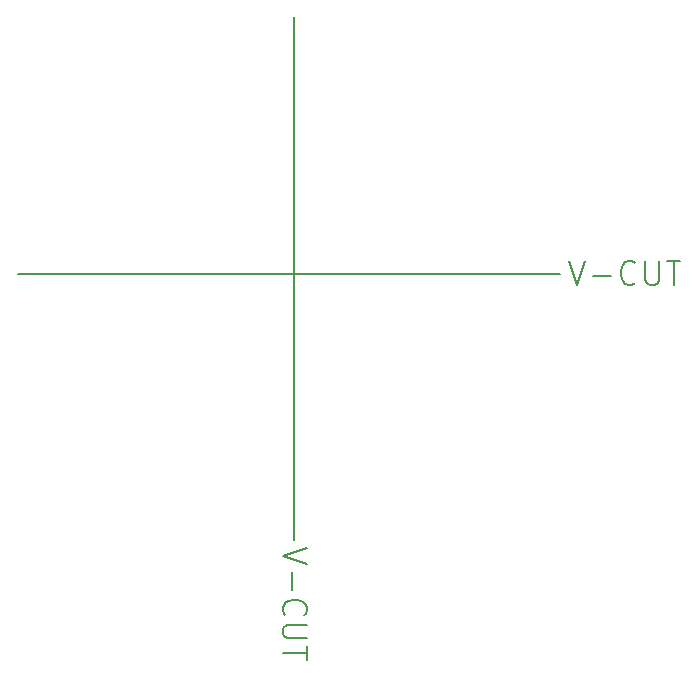
<source format=gbr>
%TF.GenerationSoftware,KiCad,Pcbnew,(6.0.7)*%
%TF.CreationDate,2022-09-26T02:54:28-06:00*%
%TF.ProjectId,HHC-MiniBadge-2022,4848432d-4d69-46e6-9942-616467652d32,v1.0*%
%TF.SameCoordinates,Original*%
%TF.FileFunction,Other,User*%
%FSLAX46Y46*%
G04 Gerber Fmt 4.6, Leading zero omitted, Abs format (unit mm)*
G04 Created by KiCad (PCBNEW (6.0.7)) date 2022-09-26 02:54:28*
%MOMM*%
%LPD*%
G01*
G04 APERTURE LIST*
%ADD10C,0.200000*%
%ADD11C,0.150000*%
G04 APERTURE END LIST*
D10*
X139585238Y-108225714D02*
X137585238Y-108892380D01*
X139585238Y-109559047D01*
X138347142Y-110225714D02*
X138347142Y-111749523D01*
X137775714Y-113844761D02*
X137680476Y-113749523D01*
X137585238Y-113463809D01*
X137585238Y-113273333D01*
X137680476Y-112987619D01*
X137870952Y-112797142D01*
X138061428Y-112701904D01*
X138442380Y-112606666D01*
X138728095Y-112606666D01*
X139109047Y-112701904D01*
X139299523Y-112797142D01*
X139490000Y-112987619D01*
X139585238Y-113273333D01*
X139585238Y-113463809D01*
X139490000Y-113749523D01*
X139394761Y-113844761D01*
X139585238Y-114701904D02*
X137966190Y-114701904D01*
X137775714Y-114797142D01*
X137680476Y-114892380D01*
X137585238Y-115082857D01*
X137585238Y-115463809D01*
X137680476Y-115654285D01*
X137775714Y-115749523D01*
X137966190Y-115844761D01*
X139585238Y-115844761D01*
X139585238Y-116511428D02*
X139585238Y-117654285D01*
X137585238Y-117082857D02*
X139585238Y-117082857D01*
D11*
X138550000Y-63200000D02*
X138550000Y-107560000D01*
D10*
X161785714Y-83914761D02*
X162452380Y-85914761D01*
X163119047Y-83914761D01*
X163785714Y-85152857D02*
X165309523Y-85152857D01*
X167404761Y-85724285D02*
X167309523Y-85819523D01*
X167023809Y-85914761D01*
X166833333Y-85914761D01*
X166547619Y-85819523D01*
X166357142Y-85629047D01*
X166261904Y-85438571D01*
X166166666Y-85057619D01*
X166166666Y-84771904D01*
X166261904Y-84390952D01*
X166357142Y-84200476D01*
X166547619Y-84010000D01*
X166833333Y-83914761D01*
X167023809Y-83914761D01*
X167309523Y-84010000D01*
X167404761Y-84105238D01*
X168261904Y-83914761D02*
X168261904Y-85533809D01*
X168357142Y-85724285D01*
X168452380Y-85819523D01*
X168642857Y-85914761D01*
X169023809Y-85914761D01*
X169214285Y-85819523D01*
X169309523Y-85724285D01*
X169404761Y-85533809D01*
X169404761Y-83914761D01*
X170071428Y-83914761D02*
X171214285Y-83914761D01*
X170642857Y-85914761D02*
X170642857Y-83914761D01*
D11*
X115100000Y-84960000D02*
X161060000Y-84960000D01*
M02*

</source>
